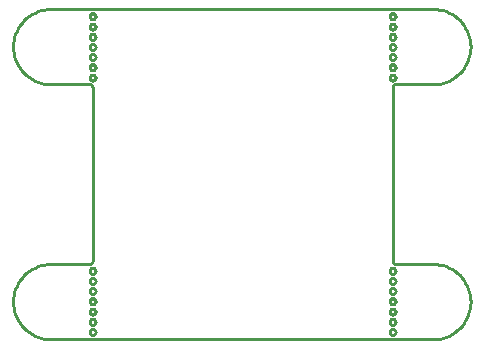
<source format=gbr>
G04 EAGLE Gerber RS-274X export*
G75*
%MOMM*%
%FSLAX34Y34*%
%LPD*%
%IN*%
%IPPOS*%
%AMOC8*
5,1,8,0,0,1.08239X$1,22.5*%
G01*
%ADD10C,0.254000*%


D10*
X-194310Y31750D02*
X-194189Y28983D01*
X-193828Y26237D01*
X-193228Y23533D01*
X-192395Y20891D01*
X-191335Y18332D01*
X-190056Y15875D01*
X-188568Y13539D01*
X-186882Y11342D01*
X-185011Y9299D01*
X-182969Y7428D01*
X-180771Y5742D01*
X-178435Y4254D01*
X-175978Y2975D01*
X-173419Y1915D01*
X-170778Y1082D01*
X-168073Y482D01*
X-165327Y121D01*
X-162560Y0D01*
X161290Y0D01*
X164057Y121D01*
X166803Y482D01*
X169508Y1082D01*
X172149Y1915D01*
X174708Y2975D01*
X177165Y4254D01*
X179501Y5742D01*
X181699Y7428D01*
X183741Y9299D01*
X185612Y11342D01*
X187298Y13539D01*
X188786Y15875D01*
X190065Y18332D01*
X191125Y20891D01*
X191958Y23533D01*
X192558Y26237D01*
X192919Y28983D01*
X193040Y31750D01*
X192919Y34517D01*
X192558Y37263D01*
X191958Y39968D01*
X191125Y42609D01*
X190065Y45168D01*
X188786Y47625D01*
X187298Y49961D01*
X185612Y52159D01*
X183741Y54201D01*
X181699Y56072D01*
X179501Y57758D01*
X177165Y59246D01*
X174708Y60525D01*
X172149Y61585D01*
X169508Y62418D01*
X166803Y63018D01*
X164057Y63379D01*
X161290Y63500D01*
X129540Y63500D01*
X129319Y63510D01*
X129099Y63539D01*
X128883Y63587D01*
X128671Y63653D01*
X128467Y63738D01*
X128270Y63840D01*
X128083Y63959D01*
X127907Y64094D01*
X127744Y64244D01*
X127594Y64407D01*
X127459Y64583D01*
X127340Y64770D01*
X127238Y64967D01*
X127153Y65171D01*
X127087Y65383D01*
X127039Y65599D01*
X127010Y65819D01*
X127000Y66040D01*
X127000Y213360D01*
X127010Y213581D01*
X127039Y213801D01*
X127087Y214017D01*
X127153Y214229D01*
X127238Y214433D01*
X127340Y214630D01*
X127459Y214817D01*
X127594Y214993D01*
X127744Y215156D01*
X127907Y215306D01*
X128083Y215441D01*
X128270Y215560D01*
X128467Y215662D01*
X128671Y215747D01*
X128883Y215813D01*
X129099Y215861D01*
X129319Y215890D01*
X129540Y215900D01*
X161290Y215900D01*
X164057Y216021D01*
X166803Y216382D01*
X169508Y216982D01*
X172149Y217815D01*
X174708Y218875D01*
X177165Y220154D01*
X179501Y221642D01*
X181699Y223328D01*
X183741Y225199D01*
X185612Y227242D01*
X187298Y229439D01*
X188786Y231775D01*
X190065Y234232D01*
X191125Y236791D01*
X191958Y239433D01*
X192558Y242137D01*
X192919Y244883D01*
X193040Y247650D01*
X192919Y250417D01*
X192558Y253163D01*
X191958Y255868D01*
X191125Y258509D01*
X190065Y261068D01*
X188786Y263525D01*
X187298Y265861D01*
X185612Y268059D01*
X183741Y270101D01*
X181699Y271972D01*
X179501Y273658D01*
X177165Y275146D01*
X174708Y276425D01*
X172149Y277485D01*
X169508Y278318D01*
X166803Y278918D01*
X164057Y279279D01*
X161290Y279400D01*
X-162560Y279400D01*
X-165327Y279279D01*
X-168073Y278918D01*
X-170778Y278318D01*
X-173419Y277485D01*
X-175978Y276425D01*
X-178435Y275146D01*
X-180771Y273658D01*
X-182969Y271972D01*
X-185011Y270101D01*
X-186882Y268059D01*
X-188568Y265861D01*
X-190056Y263525D01*
X-191335Y261068D01*
X-192395Y258509D01*
X-193228Y255868D01*
X-193828Y253163D01*
X-194189Y250417D01*
X-194310Y247650D01*
X-194189Y244883D01*
X-193828Y242137D01*
X-193228Y239433D01*
X-192395Y236791D01*
X-191335Y234232D01*
X-190056Y231775D01*
X-188568Y229439D01*
X-186882Y227242D01*
X-185011Y225199D01*
X-182969Y223328D01*
X-180771Y221642D01*
X-178435Y220154D01*
X-175978Y218875D01*
X-173419Y217815D01*
X-170778Y216982D01*
X-168073Y216382D01*
X-165327Y216021D01*
X-162560Y215900D01*
X-129540Y215900D01*
X-129319Y215890D01*
X-129099Y215861D01*
X-128883Y215813D01*
X-128671Y215747D01*
X-128467Y215662D01*
X-128270Y215560D01*
X-128083Y215441D01*
X-127907Y215306D01*
X-127744Y215156D01*
X-127594Y214993D01*
X-127459Y214817D01*
X-127340Y214630D01*
X-127238Y214433D01*
X-127153Y214229D01*
X-127087Y214017D01*
X-127039Y213801D01*
X-127010Y213581D01*
X-127000Y213360D01*
X-127000Y66040D01*
X-127010Y65819D01*
X-127039Y65599D01*
X-127087Y65383D01*
X-127153Y65171D01*
X-127238Y64967D01*
X-127340Y64770D01*
X-127459Y64583D01*
X-127594Y64407D01*
X-127744Y64244D01*
X-127907Y64094D01*
X-128083Y63959D01*
X-128270Y63840D01*
X-128467Y63738D01*
X-128671Y63653D01*
X-128883Y63587D01*
X-129099Y63539D01*
X-129319Y63510D01*
X-129540Y63500D01*
X-162560Y63500D01*
X-165327Y63379D01*
X-168073Y63018D01*
X-170778Y62418D01*
X-173419Y61585D01*
X-175978Y60525D01*
X-178435Y59246D01*
X-180771Y57758D01*
X-182969Y56072D01*
X-185011Y54201D01*
X-186882Y52159D01*
X-188568Y49961D01*
X-190056Y47625D01*
X-191335Y45168D01*
X-192395Y42609D01*
X-193228Y39968D01*
X-193828Y37263D01*
X-194189Y34517D01*
X-194310Y31750D01*
X-124460Y221288D02*
X-124523Y220893D01*
X-124646Y220513D01*
X-124828Y220157D01*
X-125063Y219833D01*
X-125345Y219551D01*
X-125669Y219316D01*
X-126025Y219134D01*
X-126405Y219011D01*
X-126800Y218948D01*
X-127200Y218948D01*
X-127595Y219011D01*
X-127975Y219134D01*
X-128331Y219316D01*
X-128655Y219551D01*
X-128937Y219833D01*
X-129172Y220157D01*
X-129354Y220513D01*
X-129477Y220893D01*
X-129540Y221288D01*
X-129540Y221688D01*
X-129477Y222083D01*
X-129354Y222463D01*
X-129172Y222819D01*
X-128937Y223143D01*
X-128655Y223425D01*
X-128331Y223660D01*
X-127975Y223842D01*
X-127595Y223965D01*
X-127200Y224028D01*
X-126800Y224028D01*
X-126405Y223965D01*
X-126025Y223842D01*
X-125669Y223660D01*
X-125345Y223425D01*
X-125063Y223143D01*
X-124828Y222819D01*
X-124646Y222463D01*
X-124523Y222083D01*
X-124460Y221688D01*
X-124460Y221288D01*
X-124460Y229924D02*
X-124523Y229529D01*
X-124646Y229149D01*
X-124828Y228793D01*
X-125063Y228469D01*
X-125345Y228187D01*
X-125669Y227952D01*
X-126025Y227770D01*
X-126405Y227647D01*
X-126800Y227584D01*
X-127200Y227584D01*
X-127595Y227647D01*
X-127975Y227770D01*
X-128331Y227952D01*
X-128655Y228187D01*
X-128937Y228469D01*
X-129172Y228793D01*
X-129354Y229149D01*
X-129477Y229529D01*
X-129540Y229924D01*
X-129540Y230324D01*
X-129477Y230719D01*
X-129354Y231099D01*
X-129172Y231455D01*
X-128937Y231779D01*
X-128655Y232061D01*
X-128331Y232296D01*
X-127975Y232478D01*
X-127595Y232601D01*
X-127200Y232664D01*
X-126800Y232664D01*
X-126405Y232601D01*
X-126025Y232478D01*
X-125669Y232296D01*
X-125345Y232061D01*
X-125063Y231779D01*
X-124828Y231455D01*
X-124646Y231099D01*
X-124523Y230719D01*
X-124460Y230324D01*
X-124460Y229924D01*
X-124460Y238560D02*
X-124523Y238165D01*
X-124646Y237785D01*
X-124828Y237429D01*
X-125063Y237105D01*
X-125345Y236823D01*
X-125669Y236588D01*
X-126025Y236406D01*
X-126405Y236283D01*
X-126800Y236220D01*
X-127200Y236220D01*
X-127595Y236283D01*
X-127975Y236406D01*
X-128331Y236588D01*
X-128655Y236823D01*
X-128937Y237105D01*
X-129172Y237429D01*
X-129354Y237785D01*
X-129477Y238165D01*
X-129540Y238560D01*
X-129540Y238960D01*
X-129477Y239355D01*
X-129354Y239735D01*
X-129172Y240091D01*
X-128937Y240415D01*
X-128655Y240697D01*
X-128331Y240932D01*
X-127975Y241114D01*
X-127595Y241237D01*
X-127200Y241300D01*
X-126800Y241300D01*
X-126405Y241237D01*
X-126025Y241114D01*
X-125669Y240932D01*
X-125345Y240697D01*
X-125063Y240415D01*
X-124828Y240091D01*
X-124646Y239735D01*
X-124523Y239355D01*
X-124460Y238960D01*
X-124460Y238560D01*
X-124460Y247196D02*
X-124523Y246801D01*
X-124646Y246421D01*
X-124828Y246065D01*
X-125063Y245741D01*
X-125345Y245459D01*
X-125669Y245224D01*
X-126025Y245042D01*
X-126405Y244919D01*
X-126800Y244856D01*
X-127200Y244856D01*
X-127595Y244919D01*
X-127975Y245042D01*
X-128331Y245224D01*
X-128655Y245459D01*
X-128937Y245741D01*
X-129172Y246065D01*
X-129354Y246421D01*
X-129477Y246801D01*
X-129540Y247196D01*
X-129540Y247596D01*
X-129477Y247991D01*
X-129354Y248371D01*
X-129172Y248727D01*
X-128937Y249051D01*
X-128655Y249333D01*
X-128331Y249568D01*
X-127975Y249750D01*
X-127595Y249873D01*
X-127200Y249936D01*
X-126800Y249936D01*
X-126405Y249873D01*
X-126025Y249750D01*
X-125669Y249568D01*
X-125345Y249333D01*
X-125063Y249051D01*
X-124828Y248727D01*
X-124646Y248371D01*
X-124523Y247991D01*
X-124460Y247596D01*
X-124460Y247196D01*
X-124460Y255832D02*
X-124523Y255437D01*
X-124646Y255057D01*
X-124828Y254701D01*
X-125063Y254377D01*
X-125345Y254095D01*
X-125669Y253860D01*
X-126025Y253678D01*
X-126405Y253555D01*
X-126800Y253492D01*
X-127200Y253492D01*
X-127595Y253555D01*
X-127975Y253678D01*
X-128331Y253860D01*
X-128655Y254095D01*
X-128937Y254377D01*
X-129172Y254701D01*
X-129354Y255057D01*
X-129477Y255437D01*
X-129540Y255832D01*
X-129540Y256232D01*
X-129477Y256627D01*
X-129354Y257007D01*
X-129172Y257363D01*
X-128937Y257687D01*
X-128655Y257969D01*
X-128331Y258204D01*
X-127975Y258386D01*
X-127595Y258509D01*
X-127200Y258572D01*
X-126800Y258572D01*
X-126405Y258509D01*
X-126025Y258386D01*
X-125669Y258204D01*
X-125345Y257969D01*
X-125063Y257687D01*
X-124828Y257363D01*
X-124646Y257007D01*
X-124523Y256627D01*
X-124460Y256232D01*
X-124460Y255832D01*
X-124460Y264468D02*
X-124523Y264073D01*
X-124646Y263693D01*
X-124828Y263337D01*
X-125063Y263013D01*
X-125345Y262731D01*
X-125669Y262496D01*
X-126025Y262314D01*
X-126405Y262191D01*
X-126800Y262128D01*
X-127200Y262128D01*
X-127595Y262191D01*
X-127975Y262314D01*
X-128331Y262496D01*
X-128655Y262731D01*
X-128937Y263013D01*
X-129172Y263337D01*
X-129354Y263693D01*
X-129477Y264073D01*
X-129540Y264468D01*
X-129540Y264868D01*
X-129477Y265263D01*
X-129354Y265643D01*
X-129172Y265999D01*
X-128937Y266323D01*
X-128655Y266605D01*
X-128331Y266840D01*
X-127975Y267022D01*
X-127595Y267145D01*
X-127200Y267208D01*
X-126800Y267208D01*
X-126405Y267145D01*
X-126025Y267022D01*
X-125669Y266840D01*
X-125345Y266605D01*
X-125063Y266323D01*
X-124828Y265999D01*
X-124646Y265643D01*
X-124523Y265263D01*
X-124460Y264868D01*
X-124460Y264468D01*
X-124460Y273104D02*
X-124523Y272709D01*
X-124646Y272329D01*
X-124828Y271973D01*
X-125063Y271649D01*
X-125345Y271367D01*
X-125669Y271132D01*
X-126025Y270950D01*
X-126405Y270827D01*
X-126800Y270764D01*
X-127200Y270764D01*
X-127595Y270827D01*
X-127975Y270950D01*
X-128331Y271132D01*
X-128655Y271367D01*
X-128937Y271649D01*
X-129172Y271973D01*
X-129354Y272329D01*
X-129477Y272709D01*
X-129540Y273104D01*
X-129540Y273504D01*
X-129477Y273899D01*
X-129354Y274279D01*
X-129172Y274635D01*
X-128937Y274959D01*
X-128655Y275241D01*
X-128331Y275476D01*
X-127975Y275658D01*
X-127595Y275781D01*
X-127200Y275844D01*
X-126800Y275844D01*
X-126405Y275781D01*
X-126025Y275658D01*
X-125669Y275476D01*
X-125345Y275241D01*
X-125063Y274959D01*
X-124828Y274635D01*
X-124646Y274279D01*
X-124523Y273899D01*
X-124460Y273504D01*
X-124460Y273104D01*
X129540Y221288D02*
X129477Y220893D01*
X129354Y220513D01*
X129172Y220157D01*
X128937Y219833D01*
X128655Y219551D01*
X128331Y219316D01*
X127975Y219134D01*
X127595Y219011D01*
X127200Y218948D01*
X126800Y218948D01*
X126405Y219011D01*
X126025Y219134D01*
X125669Y219316D01*
X125345Y219551D01*
X125063Y219833D01*
X124828Y220157D01*
X124646Y220513D01*
X124523Y220893D01*
X124460Y221288D01*
X124460Y221688D01*
X124523Y222083D01*
X124646Y222463D01*
X124828Y222819D01*
X125063Y223143D01*
X125345Y223425D01*
X125669Y223660D01*
X126025Y223842D01*
X126405Y223965D01*
X126800Y224028D01*
X127200Y224028D01*
X127595Y223965D01*
X127975Y223842D01*
X128331Y223660D01*
X128655Y223425D01*
X128937Y223143D01*
X129172Y222819D01*
X129354Y222463D01*
X129477Y222083D01*
X129540Y221688D01*
X129540Y221288D01*
X129540Y229924D02*
X129477Y229529D01*
X129354Y229149D01*
X129172Y228793D01*
X128937Y228469D01*
X128655Y228187D01*
X128331Y227952D01*
X127975Y227770D01*
X127595Y227647D01*
X127200Y227584D01*
X126800Y227584D01*
X126405Y227647D01*
X126025Y227770D01*
X125669Y227952D01*
X125345Y228187D01*
X125063Y228469D01*
X124828Y228793D01*
X124646Y229149D01*
X124523Y229529D01*
X124460Y229924D01*
X124460Y230324D01*
X124523Y230719D01*
X124646Y231099D01*
X124828Y231455D01*
X125063Y231779D01*
X125345Y232061D01*
X125669Y232296D01*
X126025Y232478D01*
X126405Y232601D01*
X126800Y232664D01*
X127200Y232664D01*
X127595Y232601D01*
X127975Y232478D01*
X128331Y232296D01*
X128655Y232061D01*
X128937Y231779D01*
X129172Y231455D01*
X129354Y231099D01*
X129477Y230719D01*
X129540Y230324D01*
X129540Y229924D01*
X129540Y238560D02*
X129477Y238165D01*
X129354Y237785D01*
X129172Y237429D01*
X128937Y237105D01*
X128655Y236823D01*
X128331Y236588D01*
X127975Y236406D01*
X127595Y236283D01*
X127200Y236220D01*
X126800Y236220D01*
X126405Y236283D01*
X126025Y236406D01*
X125669Y236588D01*
X125345Y236823D01*
X125063Y237105D01*
X124828Y237429D01*
X124646Y237785D01*
X124523Y238165D01*
X124460Y238560D01*
X124460Y238960D01*
X124523Y239355D01*
X124646Y239735D01*
X124828Y240091D01*
X125063Y240415D01*
X125345Y240697D01*
X125669Y240932D01*
X126025Y241114D01*
X126405Y241237D01*
X126800Y241300D01*
X127200Y241300D01*
X127595Y241237D01*
X127975Y241114D01*
X128331Y240932D01*
X128655Y240697D01*
X128937Y240415D01*
X129172Y240091D01*
X129354Y239735D01*
X129477Y239355D01*
X129540Y238960D01*
X129540Y238560D01*
X129540Y247196D02*
X129477Y246801D01*
X129354Y246421D01*
X129172Y246065D01*
X128937Y245741D01*
X128655Y245459D01*
X128331Y245224D01*
X127975Y245042D01*
X127595Y244919D01*
X127200Y244856D01*
X126800Y244856D01*
X126405Y244919D01*
X126025Y245042D01*
X125669Y245224D01*
X125345Y245459D01*
X125063Y245741D01*
X124828Y246065D01*
X124646Y246421D01*
X124523Y246801D01*
X124460Y247196D01*
X124460Y247596D01*
X124523Y247991D01*
X124646Y248371D01*
X124828Y248727D01*
X125063Y249051D01*
X125345Y249333D01*
X125669Y249568D01*
X126025Y249750D01*
X126405Y249873D01*
X126800Y249936D01*
X127200Y249936D01*
X127595Y249873D01*
X127975Y249750D01*
X128331Y249568D01*
X128655Y249333D01*
X128937Y249051D01*
X129172Y248727D01*
X129354Y248371D01*
X129477Y247991D01*
X129540Y247596D01*
X129540Y247196D01*
X129540Y255832D02*
X129477Y255437D01*
X129354Y255057D01*
X129172Y254701D01*
X128937Y254377D01*
X128655Y254095D01*
X128331Y253860D01*
X127975Y253678D01*
X127595Y253555D01*
X127200Y253492D01*
X126800Y253492D01*
X126405Y253555D01*
X126025Y253678D01*
X125669Y253860D01*
X125345Y254095D01*
X125063Y254377D01*
X124828Y254701D01*
X124646Y255057D01*
X124523Y255437D01*
X124460Y255832D01*
X124460Y256232D01*
X124523Y256627D01*
X124646Y257007D01*
X124828Y257363D01*
X125063Y257687D01*
X125345Y257969D01*
X125669Y258204D01*
X126025Y258386D01*
X126405Y258509D01*
X126800Y258572D01*
X127200Y258572D01*
X127595Y258509D01*
X127975Y258386D01*
X128331Y258204D01*
X128655Y257969D01*
X128937Y257687D01*
X129172Y257363D01*
X129354Y257007D01*
X129477Y256627D01*
X129540Y256232D01*
X129540Y255832D01*
X129540Y264468D02*
X129477Y264073D01*
X129354Y263693D01*
X129172Y263337D01*
X128937Y263013D01*
X128655Y262731D01*
X128331Y262496D01*
X127975Y262314D01*
X127595Y262191D01*
X127200Y262128D01*
X126800Y262128D01*
X126405Y262191D01*
X126025Y262314D01*
X125669Y262496D01*
X125345Y262731D01*
X125063Y263013D01*
X124828Y263337D01*
X124646Y263693D01*
X124523Y264073D01*
X124460Y264468D01*
X124460Y264868D01*
X124523Y265263D01*
X124646Y265643D01*
X124828Y265999D01*
X125063Y266323D01*
X125345Y266605D01*
X125669Y266840D01*
X126025Y267022D01*
X126405Y267145D01*
X126800Y267208D01*
X127200Y267208D01*
X127595Y267145D01*
X127975Y267022D01*
X128331Y266840D01*
X128655Y266605D01*
X128937Y266323D01*
X129172Y265999D01*
X129354Y265643D01*
X129477Y265263D01*
X129540Y264868D01*
X129540Y264468D01*
X129540Y273104D02*
X129477Y272709D01*
X129354Y272329D01*
X129172Y271973D01*
X128937Y271649D01*
X128655Y271367D01*
X128331Y271132D01*
X127975Y270950D01*
X127595Y270827D01*
X127200Y270764D01*
X126800Y270764D01*
X126405Y270827D01*
X126025Y270950D01*
X125669Y271132D01*
X125345Y271367D01*
X125063Y271649D01*
X124828Y271973D01*
X124646Y272329D01*
X124523Y272709D01*
X124460Y273104D01*
X124460Y273504D01*
X124523Y273899D01*
X124646Y274279D01*
X124828Y274635D01*
X125063Y274959D01*
X125345Y275241D01*
X125669Y275476D01*
X126025Y275658D01*
X126405Y275781D01*
X126800Y275844D01*
X127200Y275844D01*
X127595Y275781D01*
X127975Y275658D01*
X128331Y275476D01*
X128655Y275241D01*
X128937Y274959D01*
X129172Y274635D01*
X129354Y274279D01*
X129477Y273899D01*
X129540Y273504D01*
X129540Y273104D01*
X129540Y5896D02*
X129477Y5501D01*
X129354Y5121D01*
X129172Y4765D01*
X128937Y4441D01*
X128655Y4159D01*
X128331Y3924D01*
X127975Y3742D01*
X127595Y3619D01*
X127200Y3556D01*
X126800Y3556D01*
X126405Y3619D01*
X126025Y3742D01*
X125669Y3924D01*
X125345Y4159D01*
X125063Y4441D01*
X124828Y4765D01*
X124646Y5121D01*
X124523Y5501D01*
X124460Y5896D01*
X124460Y6296D01*
X124523Y6691D01*
X124646Y7071D01*
X124828Y7427D01*
X125063Y7751D01*
X125345Y8033D01*
X125669Y8268D01*
X126025Y8450D01*
X126405Y8573D01*
X126800Y8636D01*
X127200Y8636D01*
X127595Y8573D01*
X127975Y8450D01*
X128331Y8268D01*
X128655Y8033D01*
X128937Y7751D01*
X129172Y7427D01*
X129354Y7071D01*
X129477Y6691D01*
X129540Y6296D01*
X129540Y5896D01*
X129540Y14532D02*
X129477Y14137D01*
X129354Y13757D01*
X129172Y13401D01*
X128937Y13077D01*
X128655Y12795D01*
X128331Y12560D01*
X127975Y12378D01*
X127595Y12255D01*
X127200Y12192D01*
X126800Y12192D01*
X126405Y12255D01*
X126025Y12378D01*
X125669Y12560D01*
X125345Y12795D01*
X125063Y13077D01*
X124828Y13401D01*
X124646Y13757D01*
X124523Y14137D01*
X124460Y14532D01*
X124460Y14932D01*
X124523Y15327D01*
X124646Y15707D01*
X124828Y16063D01*
X125063Y16387D01*
X125345Y16669D01*
X125669Y16904D01*
X126025Y17086D01*
X126405Y17209D01*
X126800Y17272D01*
X127200Y17272D01*
X127595Y17209D01*
X127975Y17086D01*
X128331Y16904D01*
X128655Y16669D01*
X128937Y16387D01*
X129172Y16063D01*
X129354Y15707D01*
X129477Y15327D01*
X129540Y14932D01*
X129540Y14532D01*
X129540Y23168D02*
X129477Y22773D01*
X129354Y22393D01*
X129172Y22037D01*
X128937Y21713D01*
X128655Y21431D01*
X128331Y21196D01*
X127975Y21014D01*
X127595Y20891D01*
X127200Y20828D01*
X126800Y20828D01*
X126405Y20891D01*
X126025Y21014D01*
X125669Y21196D01*
X125345Y21431D01*
X125063Y21713D01*
X124828Y22037D01*
X124646Y22393D01*
X124523Y22773D01*
X124460Y23168D01*
X124460Y23568D01*
X124523Y23963D01*
X124646Y24343D01*
X124828Y24699D01*
X125063Y25023D01*
X125345Y25305D01*
X125669Y25540D01*
X126025Y25722D01*
X126405Y25845D01*
X126800Y25908D01*
X127200Y25908D01*
X127595Y25845D01*
X127975Y25722D01*
X128331Y25540D01*
X128655Y25305D01*
X128937Y25023D01*
X129172Y24699D01*
X129354Y24343D01*
X129477Y23963D01*
X129540Y23568D01*
X129540Y23168D01*
X129540Y31804D02*
X129477Y31409D01*
X129354Y31029D01*
X129172Y30673D01*
X128937Y30349D01*
X128655Y30067D01*
X128331Y29832D01*
X127975Y29650D01*
X127595Y29527D01*
X127200Y29464D01*
X126800Y29464D01*
X126405Y29527D01*
X126025Y29650D01*
X125669Y29832D01*
X125345Y30067D01*
X125063Y30349D01*
X124828Y30673D01*
X124646Y31029D01*
X124523Y31409D01*
X124460Y31804D01*
X124460Y32204D01*
X124523Y32599D01*
X124646Y32979D01*
X124828Y33335D01*
X125063Y33659D01*
X125345Y33941D01*
X125669Y34176D01*
X126025Y34358D01*
X126405Y34481D01*
X126800Y34544D01*
X127200Y34544D01*
X127595Y34481D01*
X127975Y34358D01*
X128331Y34176D01*
X128655Y33941D01*
X128937Y33659D01*
X129172Y33335D01*
X129354Y32979D01*
X129477Y32599D01*
X129540Y32204D01*
X129540Y31804D01*
X129540Y40440D02*
X129477Y40045D01*
X129354Y39665D01*
X129172Y39309D01*
X128937Y38985D01*
X128655Y38703D01*
X128331Y38468D01*
X127975Y38286D01*
X127595Y38163D01*
X127200Y38100D01*
X126800Y38100D01*
X126405Y38163D01*
X126025Y38286D01*
X125669Y38468D01*
X125345Y38703D01*
X125063Y38985D01*
X124828Y39309D01*
X124646Y39665D01*
X124523Y40045D01*
X124460Y40440D01*
X124460Y40840D01*
X124523Y41235D01*
X124646Y41615D01*
X124828Y41971D01*
X125063Y42295D01*
X125345Y42577D01*
X125669Y42812D01*
X126025Y42994D01*
X126405Y43117D01*
X126800Y43180D01*
X127200Y43180D01*
X127595Y43117D01*
X127975Y42994D01*
X128331Y42812D01*
X128655Y42577D01*
X128937Y42295D01*
X129172Y41971D01*
X129354Y41615D01*
X129477Y41235D01*
X129540Y40840D01*
X129540Y40440D01*
X129540Y49076D02*
X129477Y48681D01*
X129354Y48301D01*
X129172Y47945D01*
X128937Y47621D01*
X128655Y47339D01*
X128331Y47104D01*
X127975Y46922D01*
X127595Y46799D01*
X127200Y46736D01*
X126800Y46736D01*
X126405Y46799D01*
X126025Y46922D01*
X125669Y47104D01*
X125345Y47339D01*
X125063Y47621D01*
X124828Y47945D01*
X124646Y48301D01*
X124523Y48681D01*
X124460Y49076D01*
X124460Y49476D01*
X124523Y49871D01*
X124646Y50251D01*
X124828Y50607D01*
X125063Y50931D01*
X125345Y51213D01*
X125669Y51448D01*
X126025Y51630D01*
X126405Y51753D01*
X126800Y51816D01*
X127200Y51816D01*
X127595Y51753D01*
X127975Y51630D01*
X128331Y51448D01*
X128655Y51213D01*
X128937Y50931D01*
X129172Y50607D01*
X129354Y50251D01*
X129477Y49871D01*
X129540Y49476D01*
X129540Y49076D01*
X129540Y57712D02*
X129477Y57317D01*
X129354Y56937D01*
X129172Y56581D01*
X128937Y56257D01*
X128655Y55975D01*
X128331Y55740D01*
X127975Y55558D01*
X127595Y55435D01*
X127200Y55372D01*
X126800Y55372D01*
X126405Y55435D01*
X126025Y55558D01*
X125669Y55740D01*
X125345Y55975D01*
X125063Y56257D01*
X124828Y56581D01*
X124646Y56937D01*
X124523Y57317D01*
X124460Y57712D01*
X124460Y58112D01*
X124523Y58507D01*
X124646Y58887D01*
X124828Y59243D01*
X125063Y59567D01*
X125345Y59849D01*
X125669Y60084D01*
X126025Y60266D01*
X126405Y60389D01*
X126800Y60452D01*
X127200Y60452D01*
X127595Y60389D01*
X127975Y60266D01*
X128331Y60084D01*
X128655Y59849D01*
X128937Y59567D01*
X129172Y59243D01*
X129354Y58887D01*
X129477Y58507D01*
X129540Y58112D01*
X129540Y57712D01*
X-124460Y5896D02*
X-124523Y5501D01*
X-124646Y5121D01*
X-124828Y4765D01*
X-125063Y4441D01*
X-125345Y4159D01*
X-125669Y3924D01*
X-126025Y3742D01*
X-126405Y3619D01*
X-126800Y3556D01*
X-127200Y3556D01*
X-127595Y3619D01*
X-127975Y3742D01*
X-128331Y3924D01*
X-128655Y4159D01*
X-128937Y4441D01*
X-129172Y4765D01*
X-129354Y5121D01*
X-129477Y5501D01*
X-129540Y5896D01*
X-129540Y6296D01*
X-129477Y6691D01*
X-129354Y7071D01*
X-129172Y7427D01*
X-128937Y7751D01*
X-128655Y8033D01*
X-128331Y8268D01*
X-127975Y8450D01*
X-127595Y8573D01*
X-127200Y8636D01*
X-126800Y8636D01*
X-126405Y8573D01*
X-126025Y8450D01*
X-125669Y8268D01*
X-125345Y8033D01*
X-125063Y7751D01*
X-124828Y7427D01*
X-124646Y7071D01*
X-124523Y6691D01*
X-124460Y6296D01*
X-124460Y5896D01*
X-124460Y14532D02*
X-124523Y14137D01*
X-124646Y13757D01*
X-124828Y13401D01*
X-125063Y13077D01*
X-125345Y12795D01*
X-125669Y12560D01*
X-126025Y12378D01*
X-126405Y12255D01*
X-126800Y12192D01*
X-127200Y12192D01*
X-127595Y12255D01*
X-127975Y12378D01*
X-128331Y12560D01*
X-128655Y12795D01*
X-128937Y13077D01*
X-129172Y13401D01*
X-129354Y13757D01*
X-129477Y14137D01*
X-129540Y14532D01*
X-129540Y14932D01*
X-129477Y15327D01*
X-129354Y15707D01*
X-129172Y16063D01*
X-128937Y16387D01*
X-128655Y16669D01*
X-128331Y16904D01*
X-127975Y17086D01*
X-127595Y17209D01*
X-127200Y17272D01*
X-126800Y17272D01*
X-126405Y17209D01*
X-126025Y17086D01*
X-125669Y16904D01*
X-125345Y16669D01*
X-125063Y16387D01*
X-124828Y16063D01*
X-124646Y15707D01*
X-124523Y15327D01*
X-124460Y14932D01*
X-124460Y14532D01*
X-124460Y23168D02*
X-124523Y22773D01*
X-124646Y22393D01*
X-124828Y22037D01*
X-125063Y21713D01*
X-125345Y21431D01*
X-125669Y21196D01*
X-126025Y21014D01*
X-126405Y20891D01*
X-126800Y20828D01*
X-127200Y20828D01*
X-127595Y20891D01*
X-127975Y21014D01*
X-128331Y21196D01*
X-128655Y21431D01*
X-128937Y21713D01*
X-129172Y22037D01*
X-129354Y22393D01*
X-129477Y22773D01*
X-129540Y23168D01*
X-129540Y23568D01*
X-129477Y23963D01*
X-129354Y24343D01*
X-129172Y24699D01*
X-128937Y25023D01*
X-128655Y25305D01*
X-128331Y25540D01*
X-127975Y25722D01*
X-127595Y25845D01*
X-127200Y25908D01*
X-126800Y25908D01*
X-126405Y25845D01*
X-126025Y25722D01*
X-125669Y25540D01*
X-125345Y25305D01*
X-125063Y25023D01*
X-124828Y24699D01*
X-124646Y24343D01*
X-124523Y23963D01*
X-124460Y23568D01*
X-124460Y23168D01*
X-124460Y31804D02*
X-124523Y31409D01*
X-124646Y31029D01*
X-124828Y30673D01*
X-125063Y30349D01*
X-125345Y30067D01*
X-125669Y29832D01*
X-126025Y29650D01*
X-126405Y29527D01*
X-126800Y29464D01*
X-127200Y29464D01*
X-127595Y29527D01*
X-127975Y29650D01*
X-128331Y29832D01*
X-128655Y30067D01*
X-128937Y30349D01*
X-129172Y30673D01*
X-129354Y31029D01*
X-129477Y31409D01*
X-129540Y31804D01*
X-129540Y32204D01*
X-129477Y32599D01*
X-129354Y32979D01*
X-129172Y33335D01*
X-128937Y33659D01*
X-128655Y33941D01*
X-128331Y34176D01*
X-127975Y34358D01*
X-127595Y34481D01*
X-127200Y34544D01*
X-126800Y34544D01*
X-126405Y34481D01*
X-126025Y34358D01*
X-125669Y34176D01*
X-125345Y33941D01*
X-125063Y33659D01*
X-124828Y33335D01*
X-124646Y32979D01*
X-124523Y32599D01*
X-124460Y32204D01*
X-124460Y31804D01*
X-124460Y40440D02*
X-124523Y40045D01*
X-124646Y39665D01*
X-124828Y39309D01*
X-125063Y38985D01*
X-125345Y38703D01*
X-125669Y38468D01*
X-126025Y38286D01*
X-126405Y38163D01*
X-126800Y38100D01*
X-127200Y38100D01*
X-127595Y38163D01*
X-127975Y38286D01*
X-128331Y38468D01*
X-128655Y38703D01*
X-128937Y38985D01*
X-129172Y39309D01*
X-129354Y39665D01*
X-129477Y40045D01*
X-129540Y40440D01*
X-129540Y40840D01*
X-129477Y41235D01*
X-129354Y41615D01*
X-129172Y41971D01*
X-128937Y42295D01*
X-128655Y42577D01*
X-128331Y42812D01*
X-127975Y42994D01*
X-127595Y43117D01*
X-127200Y43180D01*
X-126800Y43180D01*
X-126405Y43117D01*
X-126025Y42994D01*
X-125669Y42812D01*
X-125345Y42577D01*
X-125063Y42295D01*
X-124828Y41971D01*
X-124646Y41615D01*
X-124523Y41235D01*
X-124460Y40840D01*
X-124460Y40440D01*
X-124460Y49076D02*
X-124523Y48681D01*
X-124646Y48301D01*
X-124828Y47945D01*
X-125063Y47621D01*
X-125345Y47339D01*
X-125669Y47104D01*
X-126025Y46922D01*
X-126405Y46799D01*
X-126800Y46736D01*
X-127200Y46736D01*
X-127595Y46799D01*
X-127975Y46922D01*
X-128331Y47104D01*
X-128655Y47339D01*
X-128937Y47621D01*
X-129172Y47945D01*
X-129354Y48301D01*
X-129477Y48681D01*
X-129540Y49076D01*
X-129540Y49476D01*
X-129477Y49871D01*
X-129354Y50251D01*
X-129172Y50607D01*
X-128937Y50931D01*
X-128655Y51213D01*
X-128331Y51448D01*
X-127975Y51630D01*
X-127595Y51753D01*
X-127200Y51816D01*
X-126800Y51816D01*
X-126405Y51753D01*
X-126025Y51630D01*
X-125669Y51448D01*
X-125345Y51213D01*
X-125063Y50931D01*
X-124828Y50607D01*
X-124646Y50251D01*
X-124523Y49871D01*
X-124460Y49476D01*
X-124460Y49076D01*
X-124460Y57712D02*
X-124523Y57317D01*
X-124646Y56937D01*
X-124828Y56581D01*
X-125063Y56257D01*
X-125345Y55975D01*
X-125669Y55740D01*
X-126025Y55558D01*
X-126405Y55435D01*
X-126800Y55372D01*
X-127200Y55372D01*
X-127595Y55435D01*
X-127975Y55558D01*
X-128331Y55740D01*
X-128655Y55975D01*
X-128937Y56257D01*
X-129172Y56581D01*
X-129354Y56937D01*
X-129477Y57317D01*
X-129540Y57712D01*
X-129540Y58112D01*
X-129477Y58507D01*
X-129354Y58887D01*
X-129172Y59243D01*
X-128937Y59567D01*
X-128655Y59849D01*
X-128331Y60084D01*
X-127975Y60266D01*
X-127595Y60389D01*
X-127200Y60452D01*
X-126800Y60452D01*
X-126405Y60389D01*
X-126025Y60266D01*
X-125669Y60084D01*
X-125345Y59849D01*
X-125063Y59567D01*
X-124828Y59243D01*
X-124646Y58887D01*
X-124523Y58507D01*
X-124460Y58112D01*
X-124460Y57712D01*
M02*

</source>
